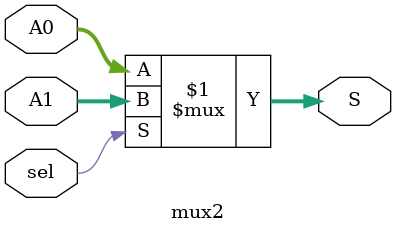
<source format=v>
`timescale 1ns / 1ps

module mux2(
 output [31:0] S,
 input [31:0] A0,A1,
 input sel
);
assign S = sel? A1 : A0;
endmodule

</source>
